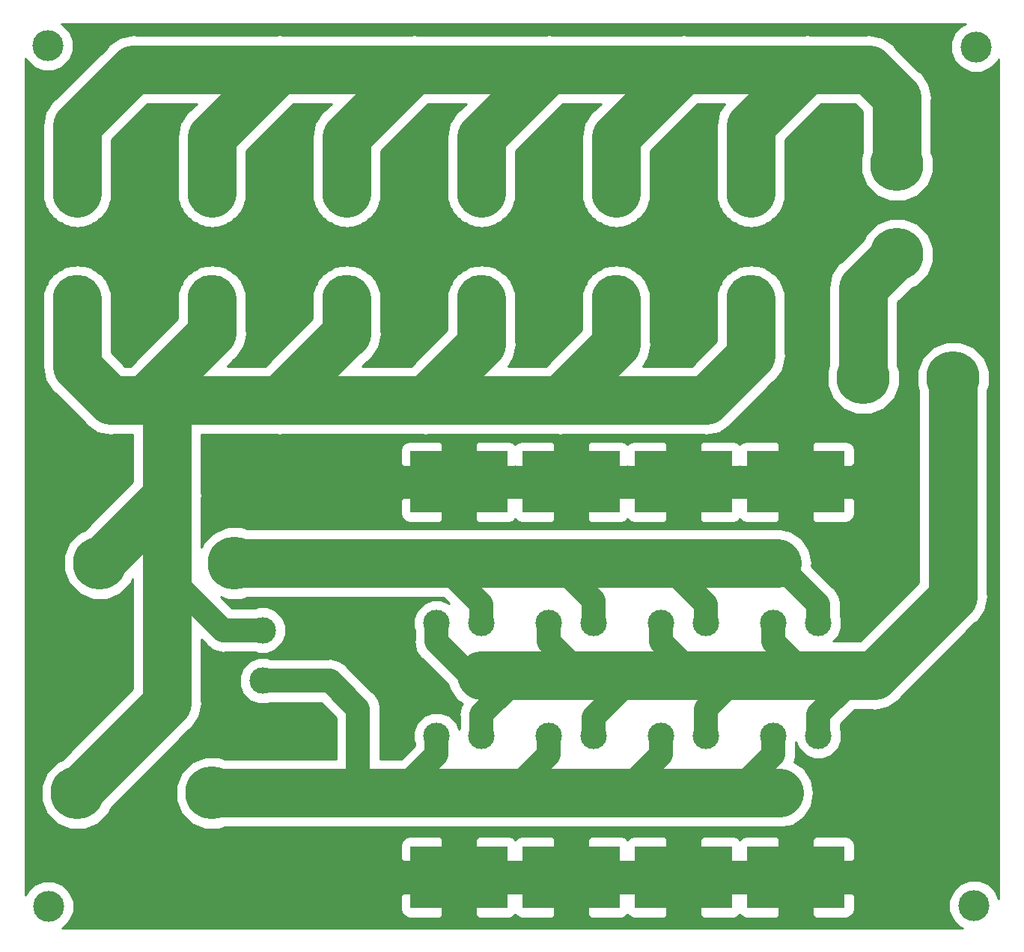
<source format=gtl>
G04 #@! TF.GenerationSoftware,KiCad,Pcbnew,(5.0.2)-1*
G04 #@! TF.CreationDate,2019-05-07T10:13:45+12:00*
G04 #@! TF.ProjectId,power selector,706f7765-7220-4736-956c-6563746f722e,rev?*
G04 #@! TF.SameCoordinates,Original*
G04 #@! TF.FileFunction,Copper,L1,Top*
G04 #@! TF.FilePolarity,Positive*
%FSLAX46Y46*%
G04 Gerber Fmt 4.6, Leading zero omitted, Abs format (unit mm)*
G04 Created by KiCad (PCBNEW (5.0.2)-1) date 7/05/2019 10:13:45 AM*
%MOMM*%
%LPD*%
G01*
G04 APERTURE LIST*
G04 #@! TA.AperFunction,ComponentPad*
%ADD10C,3.500000*%
G04 #@! TD*
G04 #@! TA.AperFunction,ComponentPad*
%ADD11C,3.000000*%
G04 #@! TD*
G04 #@! TA.AperFunction,ComponentPad*
%ADD12C,6.000000*%
G04 #@! TD*
G04 #@! TA.AperFunction,ComponentPad*
%ADD13R,11.000000X7.000000*%
G04 #@! TD*
G04 #@! TA.AperFunction,ComponentPad*
%ADD14C,5.500000*%
G04 #@! TD*
G04 #@! TA.AperFunction,Conductor*
%ADD15C,5.500000*%
G04 #@! TD*
G04 #@! TA.AperFunction,Conductor*
%ADD16C,2.750000*%
G04 #@! TD*
G04 #@! TA.AperFunction,Conductor*
%ADD17C,0.254000*%
G04 #@! TD*
G04 APERTURE END LIST*
D10*
G04 #@! TO.P,,*
G04 #@! TO.N,*
X75460000Y-127150000D03*
G04 #@! TD*
G04 #@! TO.P,,*
G04 #@! TO.N,*
X180180000Y-127040000D03*
G04 #@! TD*
G04 #@! TO.P,,*
G04 #@! TO.N,*
X180420000Y-29820000D03*
G04 #@! TD*
G04 #@! TO.P,,*
G04 #@! TO.N,*
X75410000Y-29670000D03*
G04 #@! TD*
D11*
G04 #@! TO.P,,1*
G04 #@! TO.N,Net-(H1-Pad1)*
X99695000Y-101600000D03*
G04 #@! TD*
G04 #@! TO.P,,1*
G04 #@! TO.N,Net-(H1-Pad1)*
X99705000Y-95855000D03*
G04 #@! TD*
D12*
G04 #@! TO.P,BT1,-*
G04 #@! TO.N,Net-(H1-Pad1)*
X78740000Y-114300000D03*
G04 #@! TO.P,BT1,+*
X93980000Y-114300000D03*
G04 #@! TD*
D13*
G04 #@! TO.P,D1,4*
G04 #@! TO.N,Net-(D5-Pad2)*
X121920000Y-79065000D03*
D11*
G04 #@! TO.P,D1,3*
G04 #@! TO.N,Net-(H1-Pad1)*
X124460000Y-95075000D03*
G04 #@! TO.P,D1,1*
X119380000Y-95075000D03*
G04 #@! TD*
G04 #@! TO.P,D2,1*
G04 #@! TO.N,Net-(H1-Pad1)*
X162560000Y-107815000D03*
G04 #@! TO.P,D2,3*
X157480000Y-107815000D03*
D13*
G04 #@! TO.P,D2,4*
G04 #@! TO.N,Net-(D5-Pad2)*
X160020000Y-123825000D03*
G04 #@! TD*
G04 #@! TO.P,D3,4*
G04 #@! TO.N,Net-(D5-Pad2)*
X147320000Y-123825000D03*
D11*
G04 #@! TO.P,D3,3*
G04 #@! TO.N,Net-(H1-Pad1)*
X144780000Y-107815000D03*
G04 #@! TO.P,D3,1*
X149860000Y-107815000D03*
G04 #@! TD*
G04 #@! TO.P,D4,1*
G04 #@! TO.N,Net-(H1-Pad1)*
X132080000Y-95075000D03*
G04 #@! TO.P,D4,3*
X137160000Y-95075000D03*
D13*
G04 #@! TO.P,D4,4*
G04 #@! TO.N,Net-(D5-Pad2)*
X134620000Y-79065000D03*
G04 #@! TD*
G04 #@! TO.P,D5,4*
G04 #@! TO.N,Net-(D5-Pad2)*
X147320000Y-79065000D03*
D11*
G04 #@! TO.P,D5,3*
G04 #@! TO.N,Net-(H1-Pad1)*
X149860000Y-95075000D03*
G04 #@! TO.P,D5,1*
X144780000Y-95075000D03*
G04 #@! TD*
G04 #@! TO.P,D6,1*
G04 #@! TO.N,Net-(H1-Pad1)*
X137160000Y-107815000D03*
G04 #@! TO.P,D6,3*
X132080000Y-107815000D03*
D13*
G04 #@! TO.P,D6,4*
G04 #@! TO.N,Net-(D5-Pad2)*
X134620000Y-123825000D03*
G04 #@! TD*
G04 #@! TO.P,D7,4*
G04 #@! TO.N,Net-(D5-Pad2)*
X121920000Y-123825000D03*
D11*
G04 #@! TO.P,D7,3*
G04 #@! TO.N,Net-(H1-Pad1)*
X119380000Y-107815000D03*
G04 #@! TO.P,D7,1*
X124460000Y-107815000D03*
G04 #@! TD*
G04 #@! TO.P,D8,1*
G04 #@! TO.N,Net-(H1-Pad1)*
X157480000Y-95075000D03*
G04 #@! TO.P,D8,3*
X162560000Y-95075000D03*
D13*
G04 #@! TO.P,D8,4*
G04 #@! TO.N,Net-(D5-Pad2)*
X160020000Y-79065000D03*
G04 #@! TD*
D12*
G04 #@! TO.P,F1,1*
G04 #@! TO.N,Net-(H1-Pad1)*
X177800000Y-67310000D03*
G04 #@! TO.P,F1,2*
X167640000Y-67310000D03*
G04 #@! TD*
D14*
G04 #@! TO.P,H1,1*
G04 #@! TO.N,Net-(H1-Pad1)*
X78740000Y-46355000D03*
G04 #@! TD*
G04 #@! TO.P,H2,1*
G04 #@! TO.N,Net-(H1-Pad1)*
X78740000Y-58420000D03*
G04 #@! TD*
G04 #@! TO.P,H3,1*
G04 #@! TO.N,Net-(H1-Pad1)*
X93980000Y-46355000D03*
G04 #@! TD*
G04 #@! TO.P,H4,1*
G04 #@! TO.N,Net-(H1-Pad1)*
X93980000Y-58420000D03*
G04 #@! TD*
G04 #@! TO.P,H5,1*
G04 #@! TO.N,Net-(H1-Pad1)*
X109220000Y-46355000D03*
G04 #@! TD*
G04 #@! TO.P,H6,1*
G04 #@! TO.N,Net-(H1-Pad1)*
X109220000Y-58420000D03*
G04 #@! TD*
G04 #@! TO.P,H7,1*
G04 #@! TO.N,Net-(H1-Pad1)*
X124460000Y-46355000D03*
G04 #@! TD*
G04 #@! TO.P,H8,1*
G04 #@! TO.N,Net-(H1-Pad1)*
X124460000Y-58420000D03*
G04 #@! TD*
G04 #@! TO.P,H9,1*
G04 #@! TO.N,Net-(H1-Pad1)*
X139700000Y-46355000D03*
G04 #@! TD*
G04 #@! TO.P,H10,1*
G04 #@! TO.N,Net-(H1-Pad1)*
X139700000Y-58420000D03*
G04 #@! TD*
G04 #@! TO.P,H11,1*
G04 #@! TO.N,Net-(H1-Pad1)*
X154940000Y-46355000D03*
G04 #@! TD*
G04 #@! TO.P,H12,1*
G04 #@! TO.N,Net-(H1-Pad1)*
X154940000Y-58420000D03*
G04 #@! TD*
D12*
G04 #@! TO.P,J1,1*
G04 #@! TO.N,Net-(H1-Pad1)*
X81280000Y-88265000D03*
G04 #@! TO.P,J1,2*
X96520000Y-88265000D03*
G04 #@! TD*
G04 #@! TO.P,SW1,1*
G04 #@! TO.N,Net-(H1-Pad1)*
X171450000Y-43180000D03*
G04 #@! TO.P,SW1,2*
X171450000Y-53340000D03*
G04 #@! TD*
D15*
G04 #@! TO.N,Net-(H1-Pad1)*
X78740000Y-46355000D02*
X78740000Y-38735000D01*
X78740000Y-38735000D02*
X85090000Y-32385000D01*
X93980000Y-46355000D02*
X93980000Y-40005000D01*
X85090000Y-32385000D02*
X101600000Y-32385000D01*
X93980000Y-40005000D02*
X101600000Y-32385000D01*
X101600000Y-32385000D02*
X115570000Y-32385000D01*
X115570000Y-32385000D02*
X118110000Y-32385000D01*
X109220000Y-46355000D02*
X109220000Y-40005000D01*
X116840000Y-32385000D02*
X118110000Y-32385000D01*
X109220000Y-40005000D02*
X116840000Y-32385000D01*
X124460000Y-46355000D02*
X124460000Y-40005000D01*
X124460000Y-40005000D02*
X132080000Y-32385000D01*
X118110000Y-32385000D02*
X132080000Y-32385000D01*
X139700000Y-40005000D02*
X147320000Y-32385000D01*
X139700000Y-46355000D02*
X139700000Y-40005000D01*
X132080000Y-32385000D02*
X147320000Y-32385000D01*
X154940000Y-46355000D02*
X154940000Y-38735000D01*
X154940000Y-38735000D02*
X161290000Y-32385000D01*
X147320000Y-32385000D02*
X161290000Y-32385000D01*
X78740000Y-66040000D02*
X78740000Y-58420000D01*
X82550000Y-69850000D02*
X78740000Y-66040000D01*
X154940000Y-58420000D02*
X154940000Y-64770000D01*
X154940000Y-64770000D02*
X149860000Y-69850000D01*
X124460000Y-63500000D02*
X118110000Y-69850000D01*
X124460000Y-58420000D02*
X124460000Y-63500000D01*
X118110000Y-69850000D02*
X104140000Y-69850000D01*
X139700000Y-58420000D02*
X139700000Y-63500000D01*
X139700000Y-63500000D02*
X133350000Y-69850000D01*
X149860000Y-69850000D02*
X133350000Y-69850000D01*
X133350000Y-69850000D02*
X118110000Y-69850000D01*
X109220000Y-58420000D02*
X109220000Y-62309087D01*
X109140913Y-62309087D02*
X101600000Y-69850000D01*
X109220000Y-62309087D02*
X109140913Y-62309087D01*
X104140000Y-69850000D02*
X101600000Y-69850000D01*
X93980000Y-58420000D02*
X93980000Y-62230000D01*
X93980000Y-62230000D02*
X86360000Y-69850000D01*
X88900000Y-69850000D02*
X86360000Y-69850000D01*
X86360000Y-69850000D02*
X82550000Y-69850000D01*
X101600000Y-69850000D02*
X93980000Y-69850000D01*
X93980000Y-69850000D02*
X88900000Y-69850000D01*
X177800000Y-92075000D02*
X168910000Y-100965000D01*
X168910000Y-100965000D02*
X167005000Y-100965000D01*
D16*
X153670000Y-100299213D02*
X153670000Y-100965000D01*
X141605000Y-100934213D02*
X141605000Y-100965000D01*
D15*
X128905000Y-100965000D02*
X124460000Y-100965000D01*
X141605000Y-100965000D02*
X137160000Y-100965000D01*
X137160000Y-100965000D02*
X128905000Y-100965000D01*
X153670000Y-100965000D02*
X149860000Y-100965000D01*
X149860000Y-100965000D02*
X141605000Y-100965000D01*
X167005000Y-100965000D02*
X161925000Y-100965000D01*
X161925000Y-100965000D02*
X153670000Y-100965000D01*
X107315000Y-114300000D02*
X93980000Y-114300000D01*
X108585000Y-88265000D02*
X96520000Y-88265000D01*
X88900000Y-104140000D02*
X88900000Y-102235000D01*
X78740000Y-114300000D02*
X88900000Y-104140000D01*
D16*
X114935000Y-89215787D02*
X114935000Y-88265000D01*
D15*
X114935000Y-88265000D02*
X108585000Y-88265000D01*
D16*
X127635000Y-89215787D02*
X127635000Y-88265000D01*
X110490000Y-114300000D02*
X110490000Y-104775000D01*
D15*
X110490000Y-114300000D02*
X107315000Y-114300000D01*
D16*
X110490000Y-104775000D02*
X107315000Y-101600000D01*
X107315000Y-101600000D02*
X99695000Y-101600000D01*
X99705000Y-95855000D02*
X95220000Y-95855000D01*
X95220000Y-95855000D02*
X88900000Y-89535000D01*
D15*
X88900000Y-89535000D02*
X88900000Y-102235000D01*
X171450000Y-53340000D02*
X167640000Y-57150000D01*
X167640000Y-57150000D02*
X167640000Y-67310000D01*
X161290000Y-32385000D02*
X168275000Y-32385000D01*
X168275000Y-32385000D02*
X171450000Y-35560000D01*
X171450000Y-35560000D02*
X171450000Y-43180000D01*
X177800000Y-67310000D02*
X177800000Y-92075000D01*
X81280000Y-88265000D02*
X88900000Y-80645000D01*
X88900000Y-80645000D02*
X88900000Y-77470000D01*
X88900000Y-89535000D02*
X88900000Y-77470000D01*
X88900000Y-77470000D02*
X88900000Y-69850000D01*
D16*
X124460000Y-92953680D02*
X119990000Y-88483680D01*
X124460000Y-95075000D02*
X124460000Y-92953680D01*
X119990000Y-88483680D02*
X119990000Y-88265000D01*
D15*
X127635000Y-88265000D02*
X119990000Y-88265000D01*
X119990000Y-88265000D02*
X114935000Y-88265000D01*
D16*
X115016320Y-114300000D02*
X114160000Y-114300000D01*
X119380000Y-109936320D02*
X115016320Y-114300000D01*
X119380000Y-107815000D02*
X119380000Y-109936320D01*
D15*
X120015000Y-114300000D02*
X114160000Y-114300000D01*
X114160000Y-114300000D02*
X110490000Y-114300000D01*
D16*
X124460000Y-105410000D02*
X128905000Y-100965000D01*
X124460000Y-107815000D02*
X124460000Y-105410000D01*
X135848680Y-100965000D02*
X137160000Y-100965000D01*
X132080000Y-97196320D02*
X135848680Y-100965000D01*
X132080000Y-95075000D02*
X132080000Y-97196320D01*
X137160000Y-92505000D02*
X132920000Y-88265000D01*
X137160000Y-95075000D02*
X137160000Y-92505000D01*
D15*
X139700000Y-88265000D02*
X132920000Y-88265000D01*
X132920000Y-88265000D02*
X127635000Y-88265000D01*
D16*
X127716320Y-114300000D02*
X126870000Y-114300000D01*
D15*
X132715000Y-114300000D02*
X126870000Y-114300000D01*
D16*
X132080000Y-109936320D02*
X127716320Y-114300000D01*
X132080000Y-107815000D02*
X132080000Y-109936320D01*
D15*
X126870000Y-114300000D02*
X120015000Y-114300000D01*
D16*
X141605000Y-101248680D02*
X141605000Y-100965000D01*
X137160000Y-105693680D02*
X141605000Y-101248680D01*
X137160000Y-107815000D02*
X137160000Y-105693680D01*
X140416320Y-114300000D02*
X139950000Y-114300000D01*
X144780000Y-107815000D02*
X144780000Y-109936320D01*
X144780000Y-109936320D02*
X140416320Y-114300000D01*
D15*
X145415000Y-114300000D02*
X139950000Y-114300000D01*
X139950000Y-114300000D02*
X132715000Y-114300000D01*
D16*
X148548680Y-100965000D02*
X149860000Y-100965000D01*
X144780000Y-97196320D02*
X148548680Y-100965000D01*
X144780000Y-95075000D02*
X144780000Y-97196320D01*
X145250000Y-88343680D02*
X145250000Y-88265000D01*
X149860000Y-92953680D02*
X145250000Y-88343680D01*
X149860000Y-95075000D02*
X149860000Y-92953680D01*
D15*
X152400000Y-88265000D02*
X145250000Y-88265000D01*
X145250000Y-88265000D02*
X139700000Y-88265000D01*
D16*
X149860000Y-104775000D02*
X153670000Y-100965000D01*
X149860000Y-107815000D02*
X149860000Y-104775000D01*
X161248680Y-100965000D02*
X161925000Y-100965000D01*
X157480000Y-97196320D02*
X161248680Y-100965000D01*
X157480000Y-95075000D02*
X157480000Y-97196320D01*
D15*
X157871320Y-88265000D02*
X152400000Y-88265000D01*
D16*
X162560000Y-92953680D02*
X157871320Y-88265000D01*
X162560000Y-95075000D02*
X162560000Y-92953680D01*
X153116320Y-114300000D02*
X150160000Y-114300000D01*
X157480000Y-107815000D02*
X157480000Y-109936320D01*
D15*
X158115000Y-114300000D02*
X150160000Y-114300000D01*
D16*
X157480000Y-109936320D02*
X153116320Y-114300000D01*
D15*
X150160000Y-114300000D02*
X145415000Y-114300000D01*
D16*
X162560000Y-105410000D02*
X167005000Y-100965000D01*
X162560000Y-107815000D02*
X162560000Y-105410000D01*
X123148680Y-100965000D02*
X124460000Y-100965000D01*
X119380000Y-97196320D02*
X123148680Y-100965000D01*
X119380000Y-95075000D02*
X119380000Y-97196320D01*
G04 #@! TD*
D17*
G04 #@! TO.N,Net-(D5-Pad2)*
G36*
X178790310Y-27380997D02*
X177980997Y-28190310D01*
X177543000Y-29247729D01*
X177543000Y-30392271D01*
X177980997Y-31449690D01*
X178790310Y-32259003D01*
X179847729Y-32697000D01*
X180992271Y-32697000D01*
X182049690Y-32259003D01*
X182859003Y-31449690D01*
X182968000Y-31186548D01*
X182968001Y-126252866D01*
X182619003Y-125410310D01*
X181809690Y-124600997D01*
X180752271Y-124163000D01*
X179607729Y-124163000D01*
X178550310Y-124600997D01*
X177740997Y-125410310D01*
X177303000Y-126467729D01*
X177303000Y-127612271D01*
X177740997Y-128669690D01*
X178550310Y-129479003D01*
X178861737Y-129608000D01*
X77043827Y-129608000D01*
X77089690Y-129589003D01*
X77899003Y-128779690D01*
X78337000Y-127722271D01*
X78337000Y-126577729D01*
X78038361Y-125856750D01*
X115293000Y-125856750D01*
X115293000Y-127549174D01*
X115464576Y-127963394D01*
X115781606Y-128280425D01*
X116195826Y-128452000D01*
X119765250Y-128452000D01*
X120047000Y-128170250D01*
X120047000Y-125575000D01*
X123793000Y-125575000D01*
X123793000Y-128170250D01*
X124074750Y-128452000D01*
X127644174Y-128452000D01*
X128058394Y-128280425D01*
X128270000Y-128068818D01*
X128481606Y-128280425D01*
X128895826Y-128452000D01*
X132465250Y-128452000D01*
X132747000Y-128170250D01*
X132747000Y-125575000D01*
X136493000Y-125575000D01*
X136493000Y-128170250D01*
X136774750Y-128452000D01*
X140344174Y-128452000D01*
X140758394Y-128280425D01*
X140970000Y-128068818D01*
X141181606Y-128280425D01*
X141595826Y-128452000D01*
X145165250Y-128452000D01*
X145447000Y-128170250D01*
X145447000Y-125575000D01*
X149193000Y-125575000D01*
X149193000Y-128170250D01*
X149474750Y-128452000D01*
X153044174Y-128452000D01*
X153458394Y-128280425D01*
X153670000Y-128068818D01*
X153881606Y-128280425D01*
X154295826Y-128452000D01*
X157865250Y-128452000D01*
X158147000Y-128170250D01*
X158147000Y-125575000D01*
X161893000Y-125575000D01*
X161893000Y-128170250D01*
X162174750Y-128452000D01*
X165744174Y-128452000D01*
X166158394Y-128280425D01*
X166475424Y-127963394D01*
X166647000Y-127549174D01*
X166647000Y-125856750D01*
X166365250Y-125575000D01*
X161893000Y-125575000D01*
X158147000Y-125575000D01*
X153674750Y-125575000D01*
X153670000Y-125579750D01*
X153665250Y-125575000D01*
X149193000Y-125575000D01*
X145447000Y-125575000D01*
X140974750Y-125575000D01*
X140970000Y-125579750D01*
X140965250Y-125575000D01*
X136493000Y-125575000D01*
X132747000Y-125575000D01*
X128274750Y-125575000D01*
X128270000Y-125579750D01*
X128265250Y-125575000D01*
X123793000Y-125575000D01*
X120047000Y-125575000D01*
X115574750Y-125575000D01*
X115293000Y-125856750D01*
X78038361Y-125856750D01*
X77899003Y-125520310D01*
X77089690Y-124710997D01*
X76032271Y-124273000D01*
X74887729Y-124273000D01*
X73830310Y-124710997D01*
X73020997Y-125520310D01*
X72882000Y-125855879D01*
X72882000Y-120100826D01*
X115293000Y-120100826D01*
X115293000Y-121793250D01*
X115574750Y-122075000D01*
X120047000Y-122075000D01*
X120047000Y-119479750D01*
X123793000Y-119479750D01*
X123793000Y-122075000D01*
X128265250Y-122075000D01*
X128270000Y-122070250D01*
X128274750Y-122075000D01*
X132747000Y-122075000D01*
X132747000Y-119479750D01*
X136493000Y-119479750D01*
X136493000Y-122075000D01*
X140965250Y-122075000D01*
X140970000Y-122070250D01*
X140974750Y-122075000D01*
X145447000Y-122075000D01*
X145447000Y-119479750D01*
X149193000Y-119479750D01*
X149193000Y-122075000D01*
X153665250Y-122075000D01*
X153670000Y-122070250D01*
X153674750Y-122075000D01*
X158147000Y-122075000D01*
X158147000Y-119479750D01*
X161893000Y-119479750D01*
X161893000Y-122075000D01*
X166365250Y-122075000D01*
X166647000Y-121793250D01*
X166647000Y-120100826D01*
X166475424Y-119686606D01*
X166158394Y-119369575D01*
X165744174Y-119198000D01*
X162174750Y-119198000D01*
X161893000Y-119479750D01*
X158147000Y-119479750D01*
X157865250Y-119198000D01*
X154295826Y-119198000D01*
X153881606Y-119369575D01*
X153670000Y-119581182D01*
X153458394Y-119369575D01*
X153044174Y-119198000D01*
X149474750Y-119198000D01*
X149193000Y-119479750D01*
X145447000Y-119479750D01*
X145165250Y-119198000D01*
X141595826Y-119198000D01*
X141181606Y-119369575D01*
X140970000Y-119581182D01*
X140758394Y-119369575D01*
X140344174Y-119198000D01*
X136774750Y-119198000D01*
X136493000Y-119479750D01*
X132747000Y-119479750D01*
X132465250Y-119198000D01*
X128895826Y-119198000D01*
X128481606Y-119369575D01*
X128270000Y-119581182D01*
X128058394Y-119369575D01*
X127644174Y-119198000D01*
X124074750Y-119198000D01*
X123793000Y-119479750D01*
X120047000Y-119479750D01*
X119765250Y-119198000D01*
X116195826Y-119198000D01*
X115781606Y-119369575D01*
X115464576Y-119686606D01*
X115293000Y-120100826D01*
X72882000Y-120100826D01*
X72882000Y-113479089D01*
X74613000Y-113479089D01*
X74613000Y-115120911D01*
X75241298Y-116637758D01*
X76402242Y-117798702D01*
X77919089Y-118427000D01*
X79560911Y-118427000D01*
X81077758Y-117798702D01*
X82238702Y-116637758D01*
X82488703Y-116034202D01*
X91371446Y-107151460D01*
X91695161Y-106935161D01*
X92552053Y-105652730D01*
X92713317Y-104842000D01*
X92852954Y-104140000D01*
X92777000Y-103758154D01*
X92777000Y-96950363D01*
X93276573Y-97449936D01*
X93416159Y-97658841D01*
X93625064Y-97798427D01*
X93625067Y-97798430D01*
X94049555Y-98082063D01*
X94243768Y-98211832D01*
X94973575Y-98357000D01*
X94973579Y-98357000D01*
X95220000Y-98406016D01*
X95466421Y-98357000D01*
X98880680Y-98357000D01*
X99182457Y-98482000D01*
X100227543Y-98482000D01*
X101193076Y-98082063D01*
X101932063Y-97343076D01*
X102332000Y-96377543D01*
X102332000Y-95332457D01*
X101932063Y-94366924D01*
X101193076Y-93627937D01*
X100227543Y-93228000D01*
X99182457Y-93228000D01*
X98880680Y-93353000D01*
X96256363Y-93353000D01*
X95009885Y-92106523D01*
X95699089Y-92392000D01*
X97340911Y-92392000D01*
X97944465Y-92142000D01*
X120109958Y-92142000D01*
X120778997Y-92811039D01*
X119902543Y-92448000D01*
X118857457Y-92448000D01*
X117891924Y-92847937D01*
X117152937Y-93586924D01*
X116753000Y-94552457D01*
X116753000Y-95597543D01*
X116878000Y-95899320D01*
X116878000Y-96949899D01*
X116828984Y-97196320D01*
X116878000Y-97442741D01*
X116878000Y-97442745D01*
X117023168Y-98172552D01*
X117576160Y-99000161D01*
X117785068Y-99139749D01*
X120729706Y-102084388D01*
X120807947Y-102477730D01*
X121664839Y-103760161D01*
X122279041Y-104170557D01*
X122103168Y-104433768D01*
X121958000Y-105163575D01*
X121958000Y-105163579D01*
X121908984Y-105410000D01*
X121958000Y-105656421D01*
X121958000Y-106990680D01*
X121920000Y-107082420D01*
X121607063Y-106326924D01*
X120868076Y-105587937D01*
X119902543Y-105188000D01*
X118857457Y-105188000D01*
X117891924Y-105587937D01*
X117152937Y-106326924D01*
X116753000Y-107292457D01*
X116753000Y-108337543D01*
X116878000Y-108639320D01*
X116878000Y-108899958D01*
X115354959Y-110423000D01*
X112992000Y-110423000D01*
X112992000Y-105021420D01*
X113041016Y-104774999D01*
X112992000Y-104528578D01*
X112992000Y-104528575D01*
X112846832Y-103798768D01*
X112293841Y-102971159D01*
X112084933Y-102831571D01*
X109258431Y-100005070D01*
X109118841Y-99796159D01*
X108291232Y-99243168D01*
X107561425Y-99098000D01*
X107561421Y-99098000D01*
X107315000Y-99048984D01*
X107068579Y-99098000D01*
X100519320Y-99098000D01*
X100217543Y-98973000D01*
X99172457Y-98973000D01*
X98206924Y-99372937D01*
X97467937Y-100111924D01*
X97068000Y-101077457D01*
X97068000Y-102122543D01*
X97467937Y-103088076D01*
X98206924Y-103827063D01*
X99172457Y-104227000D01*
X100217543Y-104227000D01*
X100519320Y-104102000D01*
X106278639Y-104102000D01*
X107988001Y-105811363D01*
X107988000Y-110423000D01*
X95404465Y-110423000D01*
X94800911Y-110173000D01*
X93159089Y-110173000D01*
X91642242Y-110801298D01*
X90481298Y-111962242D01*
X89853000Y-113479089D01*
X89853000Y-115120911D01*
X90481298Y-116637758D01*
X91642242Y-117798702D01*
X93159089Y-118427000D01*
X94800911Y-118427000D01*
X95404465Y-118177000D01*
X158496846Y-118177000D01*
X159627730Y-117952053D01*
X160910161Y-117095161D01*
X161767053Y-115812730D01*
X162067954Y-114300000D01*
X161767053Y-112787270D01*
X160910161Y-111504839D01*
X159858759Y-110802316D01*
X159982000Y-110182745D01*
X159982000Y-110182740D01*
X160031016Y-109936321D01*
X159982000Y-109689901D01*
X159982000Y-108639320D01*
X160020000Y-108547580D01*
X160332937Y-109303076D01*
X161071924Y-110042063D01*
X162037457Y-110442000D01*
X163082543Y-110442000D01*
X164048076Y-110042063D01*
X164787063Y-109303076D01*
X165187000Y-108337543D01*
X165187000Y-107292457D01*
X165062000Y-106990680D01*
X165062000Y-106446361D01*
X166666362Y-104842000D01*
X168528154Y-104842000D01*
X168910000Y-104917954D01*
X169291846Y-104842000D01*
X170422730Y-104617053D01*
X171705161Y-103760161D01*
X171921462Y-103436443D01*
X180271445Y-95086461D01*
X180595161Y-94870161D01*
X181452053Y-93587730D01*
X181531753Y-93187053D01*
X181752954Y-92075000D01*
X181677000Y-91693154D01*
X181677000Y-68734465D01*
X181927000Y-68130911D01*
X181927000Y-66489089D01*
X181298702Y-64972242D01*
X180137758Y-63811298D01*
X178620911Y-63183000D01*
X176979089Y-63183000D01*
X175462242Y-63811298D01*
X174301298Y-64972242D01*
X173673000Y-66489089D01*
X173673000Y-68130911D01*
X173923000Y-68734465D01*
X173923001Y-90469093D01*
X167304095Y-97088000D01*
X164262139Y-97088000D01*
X164787063Y-96563076D01*
X165187000Y-95597543D01*
X165187000Y-94552457D01*
X165062000Y-94250680D01*
X165062000Y-93200101D01*
X165111016Y-92953680D01*
X165062000Y-92707259D01*
X165062000Y-92707255D01*
X164916832Y-91977448D01*
X164776084Y-91766804D01*
X164503430Y-91358747D01*
X164503427Y-91358744D01*
X164363841Y-91149839D01*
X164154936Y-91010253D01*
X161755489Y-88610807D01*
X161824274Y-88265000D01*
X161523373Y-86752270D01*
X160666481Y-85469839D01*
X159384050Y-84612947D01*
X158253166Y-84388000D01*
X97944465Y-84388000D01*
X97340911Y-84138000D01*
X95699089Y-84138000D01*
X94182242Y-84766298D01*
X93021298Y-85927242D01*
X92777000Y-86517030D01*
X92777000Y-81096750D01*
X115293000Y-81096750D01*
X115293000Y-82789174D01*
X115464576Y-83203394D01*
X115781606Y-83520425D01*
X116195826Y-83692000D01*
X119765250Y-83692000D01*
X120047000Y-83410250D01*
X120047000Y-80815000D01*
X123793000Y-80815000D01*
X123793000Y-83410250D01*
X124074750Y-83692000D01*
X127644174Y-83692000D01*
X128058394Y-83520425D01*
X128270000Y-83308818D01*
X128481606Y-83520425D01*
X128895826Y-83692000D01*
X132465250Y-83692000D01*
X132747000Y-83410250D01*
X132747000Y-80815000D01*
X136493000Y-80815000D01*
X136493000Y-83410250D01*
X136774750Y-83692000D01*
X140344174Y-83692000D01*
X140758394Y-83520425D01*
X140970000Y-83308818D01*
X141181606Y-83520425D01*
X141595826Y-83692000D01*
X145165250Y-83692000D01*
X145447000Y-83410250D01*
X145447000Y-80815000D01*
X149193000Y-80815000D01*
X149193000Y-83410250D01*
X149474750Y-83692000D01*
X153044174Y-83692000D01*
X153458394Y-83520425D01*
X153670000Y-83308818D01*
X153881606Y-83520425D01*
X154295826Y-83692000D01*
X157865250Y-83692000D01*
X158147000Y-83410250D01*
X158147000Y-80815000D01*
X161893000Y-80815000D01*
X161893000Y-83410250D01*
X162174750Y-83692000D01*
X165744174Y-83692000D01*
X166158394Y-83520425D01*
X166475424Y-83203394D01*
X166647000Y-82789174D01*
X166647000Y-81096750D01*
X166365250Y-80815000D01*
X161893000Y-80815000D01*
X158147000Y-80815000D01*
X153674750Y-80815000D01*
X153670000Y-80819750D01*
X153665250Y-80815000D01*
X149193000Y-80815000D01*
X145447000Y-80815000D01*
X140974750Y-80815000D01*
X140970000Y-80819750D01*
X140965250Y-80815000D01*
X136493000Y-80815000D01*
X132747000Y-80815000D01*
X128274750Y-80815000D01*
X128270000Y-80819750D01*
X128265250Y-80815000D01*
X123793000Y-80815000D01*
X120047000Y-80815000D01*
X115574750Y-80815000D01*
X115293000Y-81096750D01*
X92777000Y-81096750D01*
X92777000Y-81026845D01*
X92852954Y-80645001D01*
X92777000Y-80263156D01*
X92777000Y-75340826D01*
X115293000Y-75340826D01*
X115293000Y-77033250D01*
X115574750Y-77315000D01*
X120047000Y-77315000D01*
X120047000Y-74719750D01*
X123793000Y-74719750D01*
X123793000Y-77315000D01*
X128265250Y-77315000D01*
X128270000Y-77310250D01*
X128274750Y-77315000D01*
X132747000Y-77315000D01*
X132747000Y-74719750D01*
X136493000Y-74719750D01*
X136493000Y-77315000D01*
X140965250Y-77315000D01*
X140970000Y-77310250D01*
X140974750Y-77315000D01*
X145447000Y-77315000D01*
X145447000Y-74719750D01*
X149193000Y-74719750D01*
X149193000Y-77315000D01*
X153665250Y-77315000D01*
X153670000Y-77310250D01*
X153674750Y-77315000D01*
X158147000Y-77315000D01*
X158147000Y-74719750D01*
X161893000Y-74719750D01*
X161893000Y-77315000D01*
X166365250Y-77315000D01*
X166647000Y-77033250D01*
X166647000Y-75340826D01*
X166475424Y-74926606D01*
X166158394Y-74609575D01*
X165744174Y-74438000D01*
X162174750Y-74438000D01*
X161893000Y-74719750D01*
X158147000Y-74719750D01*
X157865250Y-74438000D01*
X154295826Y-74438000D01*
X153881606Y-74609575D01*
X153670000Y-74821182D01*
X153458394Y-74609575D01*
X153044174Y-74438000D01*
X149474750Y-74438000D01*
X149193000Y-74719750D01*
X145447000Y-74719750D01*
X145165250Y-74438000D01*
X141595826Y-74438000D01*
X141181606Y-74609575D01*
X140970000Y-74821182D01*
X140758394Y-74609575D01*
X140344174Y-74438000D01*
X136774750Y-74438000D01*
X136493000Y-74719750D01*
X132747000Y-74719750D01*
X132465250Y-74438000D01*
X128895826Y-74438000D01*
X128481606Y-74609575D01*
X128270000Y-74821182D01*
X128058394Y-74609575D01*
X127644174Y-74438000D01*
X124074750Y-74438000D01*
X123793000Y-74719750D01*
X120047000Y-74719750D01*
X119765250Y-74438000D01*
X116195826Y-74438000D01*
X115781606Y-74609575D01*
X115464576Y-74926606D01*
X115293000Y-75340826D01*
X92777000Y-75340826D01*
X92777000Y-73727000D01*
X101218154Y-73727000D01*
X101600000Y-73802954D01*
X101981846Y-73727000D01*
X117728154Y-73727000D01*
X118110000Y-73802954D01*
X118491846Y-73727000D01*
X132968154Y-73727000D01*
X133350000Y-73802954D01*
X133731846Y-73727000D01*
X149478154Y-73727000D01*
X149860000Y-73802954D01*
X150241846Y-73727000D01*
X151372730Y-73502053D01*
X152655161Y-72645161D01*
X152871462Y-72321443D01*
X157411445Y-67781461D01*
X157735161Y-67565161D01*
X158454168Y-66489089D01*
X163513000Y-66489089D01*
X163513000Y-68130911D01*
X164141298Y-69647758D01*
X165302242Y-70808702D01*
X166819089Y-71437000D01*
X168460911Y-71437000D01*
X169977758Y-70808702D01*
X171138702Y-69647758D01*
X171767000Y-68130911D01*
X171767000Y-66489089D01*
X171517000Y-65885535D01*
X171517000Y-58755905D01*
X173184203Y-57088702D01*
X173787758Y-56838702D01*
X174948702Y-55677758D01*
X175577000Y-54160911D01*
X175577000Y-52519089D01*
X174948702Y-51002242D01*
X173787758Y-49841298D01*
X172270911Y-49213000D01*
X170629089Y-49213000D01*
X169112242Y-49841298D01*
X167951298Y-51002242D01*
X167701298Y-51605797D01*
X165168557Y-54138538D01*
X164844839Y-54354839D01*
X163996254Y-55624839D01*
X163987947Y-55637271D01*
X163687046Y-57150000D01*
X163763000Y-57531846D01*
X163763001Y-65885533D01*
X163513000Y-66489089D01*
X158454168Y-66489089D01*
X158592053Y-66282730D01*
X158817000Y-65151846D01*
X158892954Y-64770000D01*
X158817000Y-64388154D01*
X158817000Y-57648817D01*
X158668007Y-57289116D01*
X158592053Y-56907270D01*
X158375755Y-56583556D01*
X158226762Y-56223856D01*
X157951461Y-55948555D01*
X157735161Y-55624839D01*
X157411446Y-55408540D01*
X157136144Y-55133238D01*
X156776442Y-54984244D01*
X156452729Y-54767947D01*
X156070885Y-54691993D01*
X155711183Y-54543000D01*
X155321846Y-54543000D01*
X154940000Y-54467046D01*
X154558154Y-54543000D01*
X154168817Y-54543000D01*
X153809116Y-54691993D01*
X153427270Y-54767947D01*
X153103556Y-54984245D01*
X152743856Y-55133238D01*
X152468555Y-55408539D01*
X152144839Y-55624839D01*
X151928540Y-55948554D01*
X151653238Y-56223856D01*
X151504244Y-56583558D01*
X151287947Y-56907271D01*
X151211993Y-57289115D01*
X151063000Y-57648817D01*
X151063000Y-58038155D01*
X151063001Y-63164094D01*
X148254095Y-65973000D01*
X142710422Y-65973000D01*
X143352053Y-65012730D01*
X143577000Y-63881846D01*
X143652954Y-63500001D01*
X143577000Y-63118156D01*
X143577000Y-57648817D01*
X143428007Y-57289116D01*
X143352053Y-56907270D01*
X143135755Y-56583556D01*
X142986762Y-56223856D01*
X142711461Y-55948555D01*
X142495161Y-55624839D01*
X142171446Y-55408540D01*
X141896144Y-55133238D01*
X141536442Y-54984244D01*
X141212729Y-54767947D01*
X140830885Y-54691993D01*
X140471183Y-54543000D01*
X140081846Y-54543000D01*
X139700000Y-54467046D01*
X139318154Y-54543000D01*
X138928817Y-54543000D01*
X138569116Y-54691993D01*
X138187270Y-54767947D01*
X137863556Y-54984245D01*
X137503856Y-55133238D01*
X137228555Y-55408539D01*
X136904839Y-55624839D01*
X136688540Y-55948554D01*
X136413238Y-56223856D01*
X136264244Y-56583558D01*
X136047947Y-56907271D01*
X135971993Y-57289115D01*
X135823000Y-57648817D01*
X135823000Y-58038155D01*
X135823001Y-61894094D01*
X131744095Y-65973000D01*
X127470422Y-65973000D01*
X128112053Y-65012730D01*
X128337000Y-63881846D01*
X128412954Y-63500001D01*
X128337000Y-63118156D01*
X128337000Y-57648817D01*
X128188007Y-57289116D01*
X128112053Y-56907270D01*
X127895755Y-56583556D01*
X127746762Y-56223856D01*
X127471461Y-55948555D01*
X127255161Y-55624839D01*
X126931446Y-55408540D01*
X126656144Y-55133238D01*
X126296442Y-54984244D01*
X125972729Y-54767947D01*
X125590885Y-54691993D01*
X125231183Y-54543000D01*
X124841846Y-54543000D01*
X124460000Y-54467046D01*
X124078154Y-54543000D01*
X123688817Y-54543000D01*
X123329116Y-54691993D01*
X122947270Y-54767947D01*
X122623556Y-54984245D01*
X122263856Y-55133238D01*
X121988555Y-55408539D01*
X121664839Y-55624839D01*
X121448540Y-55948554D01*
X121173238Y-56223856D01*
X121024244Y-56583558D01*
X120807947Y-56907271D01*
X120731993Y-57289115D01*
X120583000Y-57648817D01*
X120583000Y-58038155D01*
X120583001Y-61894094D01*
X116504095Y-65973000D01*
X110959906Y-65973000D01*
X111453104Y-65479802D01*
X112015161Y-65104248D01*
X112872053Y-63821817D01*
X113172954Y-62309087D01*
X113097000Y-61927241D01*
X113097000Y-57648817D01*
X112948007Y-57289116D01*
X112872053Y-56907270D01*
X112655755Y-56583556D01*
X112506762Y-56223856D01*
X112231461Y-55948555D01*
X112015161Y-55624839D01*
X111691446Y-55408540D01*
X111416144Y-55133238D01*
X111056442Y-54984244D01*
X110732729Y-54767947D01*
X110350885Y-54691993D01*
X109991183Y-54543000D01*
X109601846Y-54543000D01*
X109220000Y-54467046D01*
X108838154Y-54543000D01*
X108448817Y-54543000D01*
X108089116Y-54691993D01*
X107707270Y-54767947D01*
X107383556Y-54984245D01*
X107023856Y-55133238D01*
X106748555Y-55408539D01*
X106424839Y-55624839D01*
X106208540Y-55948554D01*
X105933238Y-56223856D01*
X105784244Y-56583558D01*
X105567947Y-56907271D01*
X105491993Y-57289115D01*
X105343000Y-57648817D01*
X105343000Y-58038155D01*
X105343001Y-60624094D01*
X99994095Y-65973000D01*
X95719906Y-65973000D01*
X96451445Y-65241461D01*
X96775161Y-65025161D01*
X97632053Y-63742730D01*
X97815873Y-62818607D01*
X97932954Y-62230001D01*
X97857000Y-61848156D01*
X97857000Y-57648817D01*
X97708007Y-57289116D01*
X97632053Y-56907270D01*
X97415755Y-56583556D01*
X97266762Y-56223856D01*
X96991461Y-55948555D01*
X96775161Y-55624839D01*
X96451446Y-55408540D01*
X96176144Y-55133238D01*
X95816442Y-54984244D01*
X95492729Y-54767947D01*
X95110885Y-54691993D01*
X94751183Y-54543000D01*
X94361846Y-54543000D01*
X93980000Y-54467046D01*
X93598154Y-54543000D01*
X93208817Y-54543000D01*
X92849116Y-54691993D01*
X92467270Y-54767947D01*
X92143556Y-54984245D01*
X91783856Y-55133238D01*
X91508555Y-55408539D01*
X91184839Y-55624839D01*
X90968540Y-55948554D01*
X90693238Y-56223856D01*
X90544244Y-56583558D01*
X90327947Y-56907271D01*
X90251993Y-57289115D01*
X90103000Y-57648817D01*
X90103000Y-58038155D01*
X90103001Y-60624094D01*
X84754095Y-65973000D01*
X84155906Y-65973000D01*
X82617000Y-64434095D01*
X82617000Y-57648817D01*
X82468007Y-57289116D01*
X82392053Y-56907270D01*
X82175755Y-56583556D01*
X82026762Y-56223856D01*
X81751461Y-55948555D01*
X81535161Y-55624839D01*
X81211445Y-55408539D01*
X80936144Y-55133238D01*
X80576444Y-54984245D01*
X80252730Y-54767947D01*
X79870884Y-54691993D01*
X79511183Y-54543000D01*
X79121846Y-54543000D01*
X78740000Y-54467046D01*
X78358154Y-54543000D01*
X77968817Y-54543000D01*
X77609115Y-54691993D01*
X77227271Y-54767947D01*
X76903559Y-54984244D01*
X76543856Y-55133238D01*
X76268553Y-55408541D01*
X75944840Y-55624839D01*
X75728542Y-55948552D01*
X75453238Y-56223856D01*
X75304244Y-56583560D01*
X75087948Y-56907270D01*
X75011995Y-57289111D01*
X74863000Y-57648817D01*
X74863000Y-59191183D01*
X74863001Y-59191185D01*
X74863000Y-65658154D01*
X74787046Y-66040000D01*
X75087947Y-67552729D01*
X75944839Y-68835161D01*
X76268557Y-69051462D01*
X79538539Y-72321445D01*
X79754839Y-72645161D01*
X81037270Y-73502053D01*
X82550000Y-73802954D01*
X82931846Y-73727000D01*
X85023000Y-73727000D01*
X85023000Y-79039094D01*
X79545797Y-84516297D01*
X78942242Y-84766298D01*
X77781298Y-85927242D01*
X77153000Y-87444089D01*
X77153000Y-89085911D01*
X77781298Y-90602758D01*
X78942242Y-91763702D01*
X80459089Y-92392000D01*
X82100911Y-92392000D01*
X83617758Y-91763702D01*
X84778702Y-90602758D01*
X85023000Y-90012970D01*
X85023001Y-101853149D01*
X85023000Y-101853154D01*
X85023000Y-102534094D01*
X77005798Y-110551297D01*
X76402242Y-110801298D01*
X75241298Y-111962242D01*
X74613000Y-113479089D01*
X72882000Y-113479089D01*
X72882000Y-38735000D01*
X74787046Y-38735000D01*
X74863001Y-39116850D01*
X74863000Y-45583817D01*
X74863000Y-47126183D01*
X75011993Y-47485885D01*
X75087947Y-47867729D01*
X75304244Y-48191442D01*
X75453238Y-48551144D01*
X75728540Y-48826446D01*
X75944839Y-49150161D01*
X76268555Y-49366461D01*
X76543856Y-49641762D01*
X76903556Y-49790755D01*
X77227270Y-50007053D01*
X77609116Y-50083007D01*
X77968817Y-50232000D01*
X78358154Y-50232000D01*
X78740000Y-50307954D01*
X79121846Y-50232000D01*
X79511183Y-50232000D01*
X79870885Y-50083007D01*
X80252729Y-50007053D01*
X80576442Y-49790756D01*
X80936144Y-49641762D01*
X81211446Y-49366460D01*
X81535161Y-49150161D01*
X81751461Y-48826445D01*
X82026762Y-48551144D01*
X82175755Y-48191444D01*
X82392053Y-47867730D01*
X82468007Y-47485884D01*
X82617000Y-47126183D01*
X82617000Y-40340905D01*
X86695906Y-36262000D01*
X92240095Y-36262000D01*
X91508555Y-36993540D01*
X91184840Y-37209839D01*
X90575316Y-38122057D01*
X90327947Y-38492271D01*
X90027046Y-40005000D01*
X90103001Y-40386850D01*
X90103000Y-45583817D01*
X90103000Y-47126183D01*
X90251993Y-47485885D01*
X90327947Y-47867729D01*
X90544244Y-48191442D01*
X90693238Y-48551144D01*
X90968540Y-48826446D01*
X91184839Y-49150161D01*
X91508555Y-49366461D01*
X91783856Y-49641762D01*
X92143556Y-49790755D01*
X92467270Y-50007053D01*
X92849116Y-50083007D01*
X93208817Y-50232000D01*
X93598154Y-50232000D01*
X93980000Y-50307954D01*
X94361846Y-50232000D01*
X94751183Y-50232000D01*
X95110885Y-50083007D01*
X95492729Y-50007053D01*
X95816442Y-49790756D01*
X96176144Y-49641762D01*
X96451446Y-49366460D01*
X96775161Y-49150161D01*
X96991461Y-48826445D01*
X97266762Y-48551144D01*
X97415755Y-48191444D01*
X97632053Y-47867730D01*
X97708007Y-47485884D01*
X97857000Y-47126183D01*
X97857000Y-41610905D01*
X103205906Y-36262000D01*
X107480095Y-36262000D01*
X106748555Y-36993540D01*
X106424840Y-37209839D01*
X105815316Y-38122057D01*
X105567947Y-38492271D01*
X105267046Y-40005000D01*
X105343001Y-40386850D01*
X105343000Y-45583817D01*
X105343000Y-47126183D01*
X105491993Y-47485885D01*
X105567947Y-47867729D01*
X105784244Y-48191442D01*
X105933238Y-48551144D01*
X106208540Y-48826446D01*
X106424839Y-49150161D01*
X106748555Y-49366461D01*
X107023856Y-49641762D01*
X107383556Y-49790755D01*
X107707270Y-50007053D01*
X108089116Y-50083007D01*
X108448817Y-50232000D01*
X108838154Y-50232000D01*
X109220000Y-50307954D01*
X109601846Y-50232000D01*
X109991183Y-50232000D01*
X110350885Y-50083007D01*
X110732729Y-50007053D01*
X111056442Y-49790756D01*
X111416144Y-49641762D01*
X111691446Y-49366460D01*
X112015161Y-49150161D01*
X112231461Y-48826445D01*
X112506762Y-48551144D01*
X112655755Y-48191444D01*
X112872053Y-47867730D01*
X112948007Y-47485884D01*
X113097000Y-47126183D01*
X113097000Y-41610905D01*
X118445906Y-36262000D01*
X122720095Y-36262000D01*
X121988555Y-36993540D01*
X121664840Y-37209839D01*
X121055316Y-38122057D01*
X120807947Y-38492271D01*
X120507046Y-40005000D01*
X120583001Y-40386850D01*
X120583000Y-45583817D01*
X120583000Y-47126183D01*
X120731993Y-47485885D01*
X120807947Y-47867729D01*
X121024244Y-48191442D01*
X121173238Y-48551144D01*
X121448540Y-48826446D01*
X121664839Y-49150161D01*
X121988555Y-49366461D01*
X122263856Y-49641762D01*
X122623556Y-49790755D01*
X122947270Y-50007053D01*
X123329116Y-50083007D01*
X123688817Y-50232000D01*
X124078154Y-50232000D01*
X124460000Y-50307954D01*
X124841846Y-50232000D01*
X125231183Y-50232000D01*
X125590885Y-50083007D01*
X125972729Y-50007053D01*
X126296442Y-49790756D01*
X126656144Y-49641762D01*
X126931446Y-49366460D01*
X127255161Y-49150161D01*
X127471461Y-48826445D01*
X127746762Y-48551144D01*
X127895755Y-48191444D01*
X128112053Y-47867730D01*
X128188007Y-47485884D01*
X128337000Y-47126183D01*
X128337000Y-41610905D01*
X133685906Y-36262000D01*
X137960095Y-36262000D01*
X137228555Y-36993540D01*
X136904840Y-37209839D01*
X136295316Y-38122057D01*
X136047947Y-38492271D01*
X135747046Y-40005000D01*
X135823001Y-40386850D01*
X135823000Y-45583817D01*
X135823000Y-47126183D01*
X135971993Y-47485885D01*
X136047947Y-47867729D01*
X136264244Y-48191442D01*
X136413238Y-48551144D01*
X136688540Y-48826446D01*
X136904839Y-49150161D01*
X137228555Y-49366461D01*
X137503856Y-49641762D01*
X137863556Y-49790755D01*
X138187270Y-50007053D01*
X138569116Y-50083007D01*
X138928817Y-50232000D01*
X139318154Y-50232000D01*
X139700000Y-50307954D01*
X140081846Y-50232000D01*
X140471183Y-50232000D01*
X140830885Y-50083007D01*
X141212729Y-50007053D01*
X141536442Y-49790756D01*
X141896144Y-49641762D01*
X142171446Y-49366460D01*
X142495161Y-49150161D01*
X142711461Y-48826445D01*
X142986762Y-48551144D01*
X143135755Y-48191444D01*
X143352053Y-47867730D01*
X143428007Y-47485884D01*
X143577000Y-47126183D01*
X143577000Y-41610905D01*
X148925906Y-36262000D01*
X151929579Y-36262000D01*
X151535316Y-36852057D01*
X151287947Y-37222271D01*
X150987046Y-38735000D01*
X151063001Y-39116850D01*
X151063000Y-45583817D01*
X151063000Y-47126183D01*
X151211993Y-47485885D01*
X151287947Y-47867729D01*
X151504244Y-48191442D01*
X151653238Y-48551144D01*
X151928540Y-48826446D01*
X152144839Y-49150161D01*
X152468555Y-49366461D01*
X152743856Y-49641762D01*
X153103556Y-49790755D01*
X153427270Y-50007053D01*
X153809116Y-50083007D01*
X154168817Y-50232000D01*
X154558154Y-50232000D01*
X154940000Y-50307954D01*
X155321846Y-50232000D01*
X155711183Y-50232000D01*
X156070885Y-50083007D01*
X156452729Y-50007053D01*
X156776442Y-49790756D01*
X157136144Y-49641762D01*
X157411446Y-49366460D01*
X157735161Y-49150161D01*
X157951461Y-48826445D01*
X158226762Y-48551144D01*
X158375755Y-48191444D01*
X158592053Y-47867730D01*
X158668007Y-47485884D01*
X158817000Y-47126183D01*
X158817000Y-40340905D01*
X162895906Y-36262000D01*
X166669095Y-36262000D01*
X167573000Y-37165906D01*
X167573001Y-41755533D01*
X167323000Y-42359089D01*
X167323000Y-44000911D01*
X167951298Y-45517758D01*
X169112242Y-46678702D01*
X170629089Y-47307000D01*
X172270911Y-47307000D01*
X173787758Y-46678702D01*
X174948702Y-45517758D01*
X175577000Y-44000911D01*
X175577000Y-42359089D01*
X175327000Y-41755535D01*
X175327000Y-35941845D01*
X175402954Y-35559999D01*
X175102053Y-34047270D01*
X175002133Y-33897729D01*
X174245161Y-32764839D01*
X173921445Y-32548540D01*
X171286462Y-29913557D01*
X171070161Y-29589839D01*
X169787730Y-28732947D01*
X168656846Y-28508000D01*
X168275000Y-28432046D01*
X167893154Y-28508000D01*
X161671844Y-28508000D01*
X161289999Y-28432046D01*
X160908154Y-28508000D01*
X147701844Y-28508000D01*
X147319999Y-28432046D01*
X146938154Y-28508000D01*
X132461844Y-28508000D01*
X132079999Y-28432046D01*
X131698154Y-28508000D01*
X117221844Y-28508000D01*
X116839999Y-28432046D01*
X116458154Y-28508000D01*
X101981844Y-28508000D01*
X101599999Y-28432046D01*
X101218154Y-28508000D01*
X85471844Y-28508000D01*
X85089999Y-28432046D01*
X84708154Y-28508000D01*
X83577270Y-28732947D01*
X82294839Y-29589839D01*
X82078539Y-29913555D01*
X76268555Y-35723540D01*
X75944840Y-35939839D01*
X75335316Y-36852057D01*
X75087947Y-37222271D01*
X74787046Y-38735000D01*
X72882000Y-38735000D01*
X72882000Y-31084832D01*
X72970997Y-31299690D01*
X73780310Y-32109003D01*
X74837729Y-32547000D01*
X75982271Y-32547000D01*
X77039690Y-32109003D01*
X77849003Y-31299690D01*
X78287000Y-30242271D01*
X78287000Y-29097729D01*
X77849003Y-28040310D01*
X77039690Y-27230997D01*
X76969685Y-27202000D01*
X179222447Y-27202000D01*
X178790310Y-27380997D01*
X178790310Y-27380997D01*
G37*
X178790310Y-27380997D02*
X177980997Y-28190310D01*
X177543000Y-29247729D01*
X177543000Y-30392271D01*
X177980997Y-31449690D01*
X178790310Y-32259003D01*
X179847729Y-32697000D01*
X180992271Y-32697000D01*
X182049690Y-32259003D01*
X182859003Y-31449690D01*
X182968000Y-31186548D01*
X182968001Y-126252866D01*
X182619003Y-125410310D01*
X181809690Y-124600997D01*
X180752271Y-124163000D01*
X179607729Y-124163000D01*
X178550310Y-124600997D01*
X177740997Y-125410310D01*
X177303000Y-126467729D01*
X177303000Y-127612271D01*
X177740997Y-128669690D01*
X178550310Y-129479003D01*
X178861737Y-129608000D01*
X77043827Y-129608000D01*
X77089690Y-129589003D01*
X77899003Y-128779690D01*
X78337000Y-127722271D01*
X78337000Y-126577729D01*
X78038361Y-125856750D01*
X115293000Y-125856750D01*
X115293000Y-127549174D01*
X115464576Y-127963394D01*
X115781606Y-128280425D01*
X116195826Y-128452000D01*
X119765250Y-128452000D01*
X120047000Y-128170250D01*
X120047000Y-125575000D01*
X123793000Y-125575000D01*
X123793000Y-128170250D01*
X124074750Y-128452000D01*
X127644174Y-128452000D01*
X128058394Y-128280425D01*
X128270000Y-128068818D01*
X128481606Y-128280425D01*
X128895826Y-128452000D01*
X132465250Y-128452000D01*
X132747000Y-128170250D01*
X132747000Y-125575000D01*
X136493000Y-125575000D01*
X136493000Y-128170250D01*
X136774750Y-128452000D01*
X140344174Y-128452000D01*
X140758394Y-128280425D01*
X140970000Y-128068818D01*
X141181606Y-128280425D01*
X141595826Y-128452000D01*
X145165250Y-128452000D01*
X145447000Y-128170250D01*
X145447000Y-125575000D01*
X149193000Y-125575000D01*
X149193000Y-128170250D01*
X149474750Y-128452000D01*
X153044174Y-128452000D01*
X153458394Y-128280425D01*
X153670000Y-128068818D01*
X153881606Y-128280425D01*
X154295826Y-128452000D01*
X157865250Y-128452000D01*
X158147000Y-128170250D01*
X158147000Y-125575000D01*
X161893000Y-125575000D01*
X161893000Y-128170250D01*
X162174750Y-128452000D01*
X165744174Y-128452000D01*
X166158394Y-128280425D01*
X166475424Y-127963394D01*
X166647000Y-127549174D01*
X166647000Y-125856750D01*
X166365250Y-125575000D01*
X161893000Y-125575000D01*
X158147000Y-125575000D01*
X153674750Y-125575000D01*
X153670000Y-125579750D01*
X153665250Y-125575000D01*
X149193000Y-125575000D01*
X145447000Y-125575000D01*
X140974750Y-125575000D01*
X140970000Y-125579750D01*
X140965250Y-125575000D01*
X136493000Y-125575000D01*
X132747000Y-125575000D01*
X128274750Y-125575000D01*
X128270000Y-125579750D01*
X128265250Y-125575000D01*
X123793000Y-125575000D01*
X120047000Y-125575000D01*
X115574750Y-125575000D01*
X115293000Y-125856750D01*
X78038361Y-125856750D01*
X77899003Y-125520310D01*
X77089690Y-124710997D01*
X76032271Y-124273000D01*
X74887729Y-124273000D01*
X73830310Y-124710997D01*
X73020997Y-125520310D01*
X72882000Y-125855879D01*
X72882000Y-120100826D01*
X115293000Y-120100826D01*
X115293000Y-121793250D01*
X115574750Y-122075000D01*
X120047000Y-122075000D01*
X120047000Y-119479750D01*
X123793000Y-119479750D01*
X123793000Y-122075000D01*
X128265250Y-122075000D01*
X128270000Y-122070250D01*
X128274750Y-122075000D01*
X132747000Y-122075000D01*
X132747000Y-119479750D01*
X136493000Y-119479750D01*
X136493000Y-122075000D01*
X140965250Y-122075000D01*
X140970000Y-122070250D01*
X140974750Y-122075000D01*
X145447000Y-122075000D01*
X145447000Y-119479750D01*
X149193000Y-119479750D01*
X149193000Y-122075000D01*
X153665250Y-122075000D01*
X153670000Y-122070250D01*
X153674750Y-122075000D01*
X158147000Y-122075000D01*
X158147000Y-119479750D01*
X161893000Y-119479750D01*
X161893000Y-122075000D01*
X166365250Y-122075000D01*
X166647000Y-121793250D01*
X166647000Y-120100826D01*
X166475424Y-119686606D01*
X166158394Y-119369575D01*
X165744174Y-119198000D01*
X162174750Y-119198000D01*
X161893000Y-119479750D01*
X158147000Y-119479750D01*
X157865250Y-119198000D01*
X154295826Y-119198000D01*
X153881606Y-119369575D01*
X153670000Y-119581182D01*
X153458394Y-119369575D01*
X153044174Y-119198000D01*
X149474750Y-119198000D01*
X149193000Y-119479750D01*
X145447000Y-119479750D01*
X145165250Y-119198000D01*
X141595826Y-119198000D01*
X141181606Y-119369575D01*
X140970000Y-119581182D01*
X140758394Y-119369575D01*
X140344174Y-119198000D01*
X136774750Y-119198000D01*
X136493000Y-119479750D01*
X132747000Y-119479750D01*
X132465250Y-119198000D01*
X128895826Y-119198000D01*
X128481606Y-119369575D01*
X128270000Y-119581182D01*
X128058394Y-119369575D01*
X127644174Y-119198000D01*
X124074750Y-119198000D01*
X123793000Y-119479750D01*
X120047000Y-119479750D01*
X119765250Y-119198000D01*
X116195826Y-119198000D01*
X115781606Y-119369575D01*
X115464576Y-119686606D01*
X115293000Y-120100826D01*
X72882000Y-120100826D01*
X72882000Y-113479089D01*
X74613000Y-113479089D01*
X74613000Y-115120911D01*
X75241298Y-116637758D01*
X76402242Y-117798702D01*
X77919089Y-118427000D01*
X79560911Y-118427000D01*
X81077758Y-117798702D01*
X82238702Y-116637758D01*
X82488703Y-116034202D01*
X91371446Y-107151460D01*
X91695161Y-106935161D01*
X92552053Y-105652730D01*
X92713317Y-104842000D01*
X92852954Y-104140000D01*
X92777000Y-103758154D01*
X92777000Y-96950363D01*
X93276573Y-97449936D01*
X93416159Y-97658841D01*
X93625064Y-97798427D01*
X93625067Y-97798430D01*
X94049555Y-98082063D01*
X94243768Y-98211832D01*
X94973575Y-98357000D01*
X94973579Y-98357000D01*
X95220000Y-98406016D01*
X95466421Y-98357000D01*
X98880680Y-98357000D01*
X99182457Y-98482000D01*
X100227543Y-98482000D01*
X101193076Y-98082063D01*
X101932063Y-97343076D01*
X102332000Y-96377543D01*
X102332000Y-95332457D01*
X101932063Y-94366924D01*
X101193076Y-93627937D01*
X100227543Y-93228000D01*
X99182457Y-93228000D01*
X98880680Y-93353000D01*
X96256363Y-93353000D01*
X95009885Y-92106523D01*
X95699089Y-92392000D01*
X97340911Y-92392000D01*
X97944465Y-92142000D01*
X120109958Y-92142000D01*
X120778997Y-92811039D01*
X119902543Y-92448000D01*
X118857457Y-92448000D01*
X117891924Y-92847937D01*
X117152937Y-93586924D01*
X116753000Y-94552457D01*
X116753000Y-95597543D01*
X116878000Y-95899320D01*
X116878000Y-96949899D01*
X116828984Y-97196320D01*
X116878000Y-97442741D01*
X116878000Y-97442745D01*
X117023168Y-98172552D01*
X117576160Y-99000161D01*
X117785068Y-99139749D01*
X120729706Y-102084388D01*
X120807947Y-102477730D01*
X121664839Y-103760161D01*
X122279041Y-104170557D01*
X122103168Y-104433768D01*
X121958000Y-105163575D01*
X121958000Y-105163579D01*
X121908984Y-105410000D01*
X121958000Y-105656421D01*
X121958000Y-106990680D01*
X121920000Y-107082420D01*
X121607063Y-106326924D01*
X120868076Y-105587937D01*
X119902543Y-105188000D01*
X118857457Y-105188000D01*
X117891924Y-105587937D01*
X117152937Y-106326924D01*
X116753000Y-107292457D01*
X116753000Y-108337543D01*
X116878000Y-108639320D01*
X116878000Y-108899958D01*
X115354959Y-110423000D01*
X112992000Y-110423000D01*
X112992000Y-105021420D01*
X113041016Y-104774999D01*
X112992000Y-104528578D01*
X112992000Y-104528575D01*
X112846832Y-103798768D01*
X112293841Y-102971159D01*
X112084933Y-102831571D01*
X109258431Y-100005070D01*
X109118841Y-99796159D01*
X108291232Y-99243168D01*
X107561425Y-99098000D01*
X107561421Y-99098000D01*
X107315000Y-99048984D01*
X107068579Y-99098000D01*
X100519320Y-99098000D01*
X100217543Y-98973000D01*
X99172457Y-98973000D01*
X98206924Y-99372937D01*
X97467937Y-100111924D01*
X97068000Y-101077457D01*
X97068000Y-102122543D01*
X97467937Y-103088076D01*
X98206924Y-103827063D01*
X99172457Y-104227000D01*
X100217543Y-104227000D01*
X100519320Y-104102000D01*
X106278639Y-104102000D01*
X107988001Y-105811363D01*
X107988000Y-110423000D01*
X95404465Y-110423000D01*
X94800911Y-110173000D01*
X93159089Y-110173000D01*
X91642242Y-110801298D01*
X90481298Y-111962242D01*
X89853000Y-113479089D01*
X89853000Y-115120911D01*
X90481298Y-116637758D01*
X91642242Y-117798702D01*
X93159089Y-118427000D01*
X94800911Y-118427000D01*
X95404465Y-118177000D01*
X158496846Y-118177000D01*
X159627730Y-117952053D01*
X160910161Y-117095161D01*
X161767053Y-115812730D01*
X162067954Y-114300000D01*
X161767053Y-112787270D01*
X160910161Y-111504839D01*
X159858759Y-110802316D01*
X159982000Y-110182745D01*
X159982000Y-110182740D01*
X160031016Y-109936321D01*
X159982000Y-109689901D01*
X159982000Y-108639320D01*
X160020000Y-108547580D01*
X160332937Y-109303076D01*
X161071924Y-110042063D01*
X162037457Y-110442000D01*
X163082543Y-110442000D01*
X164048076Y-110042063D01*
X164787063Y-109303076D01*
X165187000Y-108337543D01*
X165187000Y-107292457D01*
X165062000Y-106990680D01*
X165062000Y-106446361D01*
X166666362Y-104842000D01*
X168528154Y-104842000D01*
X168910000Y-104917954D01*
X169291846Y-104842000D01*
X170422730Y-104617053D01*
X171705161Y-103760161D01*
X171921462Y-103436443D01*
X180271445Y-95086461D01*
X180595161Y-94870161D01*
X181452053Y-93587730D01*
X181531753Y-93187053D01*
X181752954Y-92075000D01*
X181677000Y-91693154D01*
X181677000Y-68734465D01*
X181927000Y-68130911D01*
X181927000Y-66489089D01*
X181298702Y-64972242D01*
X180137758Y-63811298D01*
X178620911Y-63183000D01*
X176979089Y-63183000D01*
X175462242Y-63811298D01*
X174301298Y-64972242D01*
X173673000Y-66489089D01*
X173673000Y-68130911D01*
X173923000Y-68734465D01*
X173923001Y-90469093D01*
X167304095Y-97088000D01*
X164262139Y-97088000D01*
X164787063Y-96563076D01*
X165187000Y-95597543D01*
X165187000Y-94552457D01*
X165062000Y-94250680D01*
X165062000Y-93200101D01*
X165111016Y-92953680D01*
X165062000Y-92707259D01*
X165062000Y-92707255D01*
X164916832Y-91977448D01*
X164776084Y-91766804D01*
X164503430Y-91358747D01*
X164503427Y-91358744D01*
X164363841Y-91149839D01*
X164154936Y-91010253D01*
X161755489Y-88610807D01*
X161824274Y-88265000D01*
X161523373Y-86752270D01*
X160666481Y-85469839D01*
X159384050Y-84612947D01*
X158253166Y-84388000D01*
X97944465Y-84388000D01*
X97340911Y-84138000D01*
X95699089Y-84138000D01*
X94182242Y-84766298D01*
X93021298Y-85927242D01*
X92777000Y-86517030D01*
X92777000Y-81096750D01*
X115293000Y-81096750D01*
X115293000Y-82789174D01*
X115464576Y-83203394D01*
X115781606Y-83520425D01*
X116195826Y-83692000D01*
X119765250Y-83692000D01*
X120047000Y-83410250D01*
X120047000Y-80815000D01*
X123793000Y-80815000D01*
X123793000Y-83410250D01*
X124074750Y-83692000D01*
X127644174Y-83692000D01*
X128058394Y-83520425D01*
X128270000Y-83308818D01*
X128481606Y-83520425D01*
X128895826Y-83692000D01*
X132465250Y-83692000D01*
X132747000Y-83410250D01*
X132747000Y-80815000D01*
X136493000Y-80815000D01*
X136493000Y-83410250D01*
X136774750Y-83692000D01*
X140344174Y-83692000D01*
X140758394Y-83520425D01*
X140970000Y-83308818D01*
X141181606Y-83520425D01*
X141595826Y-83692000D01*
X145165250Y-83692000D01*
X145447000Y-83410250D01*
X145447000Y-80815000D01*
X149193000Y-80815000D01*
X149193000Y-83410250D01*
X149474750Y-83692000D01*
X153044174Y-83692000D01*
X153458394Y-83520425D01*
X153670000Y-83308818D01*
X153881606Y-83520425D01*
X154295826Y-83692000D01*
X157865250Y-83692000D01*
X158147000Y-83410250D01*
X158147000Y-80815000D01*
X161893000Y-80815000D01*
X161893000Y-83410250D01*
X162174750Y-83692000D01*
X165744174Y-83692000D01*
X166158394Y-83520425D01*
X166475424Y-83203394D01*
X166647000Y-82789174D01*
X166647000Y-81096750D01*
X166365250Y-80815000D01*
X161893000Y-80815000D01*
X158147000Y-80815000D01*
X153674750Y-80815000D01*
X153670000Y-80819750D01*
X153665250Y-80815000D01*
X149193000Y-80815000D01*
X145447000Y-80815000D01*
X140974750Y-80815000D01*
X140970000Y-80819750D01*
X140965250Y-80815000D01*
X136493000Y-80815000D01*
X132747000Y-80815000D01*
X128274750Y-80815000D01*
X128270000Y-80819750D01*
X128265250Y-80815000D01*
X123793000Y-80815000D01*
X120047000Y-80815000D01*
X115574750Y-80815000D01*
X115293000Y-81096750D01*
X92777000Y-81096750D01*
X92777000Y-81026845D01*
X92852954Y-80645001D01*
X92777000Y-80263156D01*
X92777000Y-75340826D01*
X115293000Y-75340826D01*
X115293000Y-77033250D01*
X115574750Y-77315000D01*
X120047000Y-77315000D01*
X120047000Y-74719750D01*
X123793000Y-74719750D01*
X123793000Y-77315000D01*
X128265250Y-77315000D01*
X128270000Y-77310250D01*
X128274750Y-77315000D01*
X132747000Y-77315000D01*
X132747000Y-74719750D01*
X136493000Y-74719750D01*
X136493000Y-77315000D01*
X140965250Y-77315000D01*
X140970000Y-77310250D01*
X140974750Y-77315000D01*
X145447000Y-77315000D01*
X145447000Y-74719750D01*
X149193000Y-74719750D01*
X149193000Y-77315000D01*
X153665250Y-77315000D01*
X153670000Y-77310250D01*
X153674750Y-77315000D01*
X158147000Y-77315000D01*
X158147000Y-74719750D01*
X161893000Y-74719750D01*
X161893000Y-77315000D01*
X166365250Y-77315000D01*
X166647000Y-77033250D01*
X166647000Y-75340826D01*
X166475424Y-74926606D01*
X166158394Y-74609575D01*
X165744174Y-74438000D01*
X162174750Y-74438000D01*
X161893000Y-74719750D01*
X158147000Y-74719750D01*
X157865250Y-74438000D01*
X154295826Y-74438000D01*
X153881606Y-74609575D01*
X153670000Y-74821182D01*
X153458394Y-74609575D01*
X153044174Y-74438000D01*
X149474750Y-74438000D01*
X149193000Y-74719750D01*
X145447000Y-74719750D01*
X145165250Y-74438000D01*
X141595826Y-74438000D01*
X141181606Y-74609575D01*
X140970000Y-74821182D01*
X140758394Y-74609575D01*
X140344174Y-74438000D01*
X136774750Y-74438000D01*
X136493000Y-74719750D01*
X132747000Y-74719750D01*
X132465250Y-74438000D01*
X128895826Y-74438000D01*
X128481606Y-74609575D01*
X128270000Y-74821182D01*
X128058394Y-74609575D01*
X127644174Y-74438000D01*
X124074750Y-74438000D01*
X123793000Y-74719750D01*
X120047000Y-74719750D01*
X119765250Y-74438000D01*
X116195826Y-74438000D01*
X115781606Y-74609575D01*
X115464576Y-74926606D01*
X115293000Y-75340826D01*
X92777000Y-75340826D01*
X92777000Y-73727000D01*
X101218154Y-73727000D01*
X101600000Y-73802954D01*
X101981846Y-73727000D01*
X117728154Y-73727000D01*
X118110000Y-73802954D01*
X118491846Y-73727000D01*
X132968154Y-73727000D01*
X133350000Y-73802954D01*
X133731846Y-73727000D01*
X149478154Y-73727000D01*
X149860000Y-73802954D01*
X150241846Y-73727000D01*
X151372730Y-73502053D01*
X152655161Y-72645161D01*
X152871462Y-72321443D01*
X157411445Y-67781461D01*
X157735161Y-67565161D01*
X158454168Y-66489089D01*
X163513000Y-66489089D01*
X163513000Y-68130911D01*
X164141298Y-69647758D01*
X165302242Y-70808702D01*
X166819089Y-71437000D01*
X168460911Y-71437000D01*
X169977758Y-70808702D01*
X171138702Y-69647758D01*
X171767000Y-68130911D01*
X171767000Y-66489089D01*
X171517000Y-65885535D01*
X171517000Y-58755905D01*
X173184203Y-57088702D01*
X173787758Y-56838702D01*
X174948702Y-55677758D01*
X175577000Y-54160911D01*
X175577000Y-52519089D01*
X174948702Y-51002242D01*
X173787758Y-49841298D01*
X172270911Y-49213000D01*
X170629089Y-49213000D01*
X169112242Y-49841298D01*
X167951298Y-51002242D01*
X167701298Y-51605797D01*
X165168557Y-54138538D01*
X164844839Y-54354839D01*
X163996254Y-55624839D01*
X163987947Y-55637271D01*
X163687046Y-57150000D01*
X163763000Y-57531846D01*
X163763001Y-65885533D01*
X163513000Y-66489089D01*
X158454168Y-66489089D01*
X158592053Y-66282730D01*
X158817000Y-65151846D01*
X158892954Y-64770000D01*
X158817000Y-64388154D01*
X158817000Y-57648817D01*
X158668007Y-57289116D01*
X158592053Y-56907270D01*
X158375755Y-56583556D01*
X158226762Y-56223856D01*
X157951461Y-55948555D01*
X157735161Y-55624839D01*
X157411446Y-55408540D01*
X157136144Y-55133238D01*
X156776442Y-54984244D01*
X156452729Y-54767947D01*
X156070885Y-54691993D01*
X155711183Y-54543000D01*
X155321846Y-54543000D01*
X154940000Y-54467046D01*
X154558154Y-54543000D01*
X154168817Y-54543000D01*
X153809116Y-54691993D01*
X153427270Y-54767947D01*
X153103556Y-54984245D01*
X152743856Y-55133238D01*
X152468555Y-55408539D01*
X152144839Y-55624839D01*
X151928540Y-55948554D01*
X151653238Y-56223856D01*
X151504244Y-56583558D01*
X151287947Y-56907271D01*
X151211993Y-57289115D01*
X151063000Y-57648817D01*
X151063000Y-58038155D01*
X151063001Y-63164094D01*
X148254095Y-65973000D01*
X142710422Y-65973000D01*
X143352053Y-65012730D01*
X143577000Y-63881846D01*
X143652954Y-63500001D01*
X143577000Y-63118156D01*
X143577000Y-57648817D01*
X143428007Y-57289116D01*
X143352053Y-56907270D01*
X143135755Y-56583556D01*
X142986762Y-56223856D01*
X142711461Y-55948555D01*
X142495161Y-55624839D01*
X142171446Y-55408540D01*
X141896144Y-55133238D01*
X141536442Y-54984244D01*
X141212729Y-54767947D01*
X140830885Y-54691993D01*
X140471183Y-54543000D01*
X140081846Y-54543000D01*
X139700000Y-54467046D01*
X139318154Y-54543000D01*
X138928817Y-54543000D01*
X138569116Y-54691993D01*
X138187270Y-54767947D01*
X137863556Y-54984245D01*
X137503856Y-55133238D01*
X137228555Y-55408539D01*
X136904839Y-55624839D01*
X136688540Y-55948554D01*
X136413238Y-56223856D01*
X136264244Y-56583558D01*
X136047947Y-56907271D01*
X135971993Y-57289115D01*
X135823000Y-57648817D01*
X135823000Y-58038155D01*
X135823001Y-61894094D01*
X131744095Y-65973000D01*
X127470422Y-65973000D01*
X128112053Y-65012730D01*
X128337000Y-63881846D01*
X128412954Y-63500001D01*
X128337000Y-63118156D01*
X128337000Y-57648817D01*
X128188007Y-57289116D01*
X128112053Y-56907270D01*
X127895755Y-56583556D01*
X127746762Y-56223856D01*
X127471461Y-55948555D01*
X127255161Y-55624839D01*
X126931446Y-55408540D01*
X126656144Y-55133238D01*
X126296442Y-54984244D01*
X125972729Y-54767947D01*
X125590885Y-54691993D01*
X125231183Y-54543000D01*
X124841846Y-54543000D01*
X124460000Y-54467046D01*
X124078154Y-54543000D01*
X123688817Y-54543000D01*
X123329116Y-54691993D01*
X122947270Y-54767947D01*
X122623556Y-54984245D01*
X122263856Y-55133238D01*
X121988555Y-55408539D01*
X121664839Y-55624839D01*
X121448540Y-55948554D01*
X121173238Y-56223856D01*
X121024244Y-56583558D01*
X120807947Y-56907271D01*
X120731993Y-57289115D01*
X120583000Y-57648817D01*
X120583000Y-58038155D01*
X120583001Y-61894094D01*
X116504095Y-65973000D01*
X110959906Y-65973000D01*
X111453104Y-65479802D01*
X112015161Y-65104248D01*
X112872053Y-63821817D01*
X113172954Y-62309087D01*
X113097000Y-61927241D01*
X113097000Y-57648817D01*
X112948007Y-57289116D01*
X112872053Y-56907270D01*
X112655755Y-56583556D01*
X112506762Y-56223856D01*
X112231461Y-55948555D01*
X112015161Y-55624839D01*
X111691446Y-55408540D01*
X111416144Y-55133238D01*
X111056442Y-54984244D01*
X110732729Y-54767947D01*
X110350885Y-54691993D01*
X109991183Y-54543000D01*
X109601846Y-54543000D01*
X109220000Y-54467046D01*
X108838154Y-54543000D01*
X108448817Y-54543000D01*
X108089116Y-54691993D01*
X107707270Y-54767947D01*
X107383556Y-54984245D01*
X107023856Y-55133238D01*
X106748555Y-55408539D01*
X106424839Y-55624839D01*
X106208540Y-55948554D01*
X105933238Y-56223856D01*
X105784244Y-56583558D01*
X105567947Y-56907271D01*
X105491993Y-57289115D01*
X105343000Y-57648817D01*
X105343000Y-58038155D01*
X105343001Y-60624094D01*
X99994095Y-65973000D01*
X95719906Y-65973000D01*
X96451445Y-65241461D01*
X96775161Y-65025161D01*
X97632053Y-63742730D01*
X97815873Y-62818607D01*
X97932954Y-62230001D01*
X97857000Y-61848156D01*
X97857000Y-57648817D01*
X97708007Y-57289116D01*
X97632053Y-56907270D01*
X97415755Y-56583556D01*
X97266762Y-56223856D01*
X96991461Y-55948555D01*
X96775161Y-55624839D01*
X96451446Y-55408540D01*
X96176144Y-55133238D01*
X95816442Y-54984244D01*
X95492729Y-54767947D01*
X95110885Y-54691993D01*
X94751183Y-54543000D01*
X94361846Y-54543000D01*
X93980000Y-54467046D01*
X93598154Y-54543000D01*
X93208817Y-54543000D01*
X92849116Y-54691993D01*
X92467270Y-54767947D01*
X92143556Y-54984245D01*
X91783856Y-55133238D01*
X91508555Y-55408539D01*
X91184839Y-55624839D01*
X90968540Y-55948554D01*
X90693238Y-56223856D01*
X90544244Y-56583558D01*
X90327947Y-56907271D01*
X90251993Y-57289115D01*
X90103000Y-57648817D01*
X90103000Y-58038155D01*
X90103001Y-60624094D01*
X84754095Y-65973000D01*
X84155906Y-65973000D01*
X82617000Y-64434095D01*
X82617000Y-57648817D01*
X82468007Y-57289116D01*
X82392053Y-56907270D01*
X82175755Y-56583556D01*
X82026762Y-56223856D01*
X81751461Y-55948555D01*
X81535161Y-55624839D01*
X81211445Y-55408539D01*
X80936144Y-55133238D01*
X80576444Y-54984245D01*
X80252730Y-54767947D01*
X79870884Y-54691993D01*
X79511183Y-54543000D01*
X79121846Y-54543000D01*
X78740000Y-54467046D01*
X78358154Y-54543000D01*
X77968817Y-54543000D01*
X77609115Y-54691993D01*
X77227271Y-54767947D01*
X76903559Y-54984244D01*
X76543856Y-55133238D01*
X76268553Y-55408541D01*
X75944840Y-55624839D01*
X75728542Y-55948552D01*
X75453238Y-56223856D01*
X75304244Y-56583560D01*
X75087948Y-56907270D01*
X75011995Y-57289111D01*
X74863000Y-57648817D01*
X74863000Y-59191183D01*
X74863001Y-59191185D01*
X74863000Y-65658154D01*
X74787046Y-66040000D01*
X75087947Y-67552729D01*
X75944839Y-68835161D01*
X76268557Y-69051462D01*
X79538539Y-72321445D01*
X79754839Y-72645161D01*
X81037270Y-73502053D01*
X82550000Y-73802954D01*
X82931846Y-73727000D01*
X85023000Y-73727000D01*
X85023000Y-79039094D01*
X79545797Y-84516297D01*
X78942242Y-84766298D01*
X77781298Y-85927242D01*
X77153000Y-87444089D01*
X77153000Y-89085911D01*
X77781298Y-90602758D01*
X78942242Y-91763702D01*
X80459089Y-92392000D01*
X82100911Y-92392000D01*
X83617758Y-91763702D01*
X84778702Y-90602758D01*
X85023000Y-90012970D01*
X85023001Y-101853149D01*
X85023000Y-101853154D01*
X85023000Y-102534094D01*
X77005798Y-110551297D01*
X76402242Y-110801298D01*
X75241298Y-111962242D01*
X74613000Y-113479089D01*
X72882000Y-113479089D01*
X72882000Y-38735000D01*
X74787046Y-38735000D01*
X74863001Y-39116850D01*
X74863000Y-45583817D01*
X74863000Y-47126183D01*
X75011993Y-47485885D01*
X75087947Y-47867729D01*
X75304244Y-48191442D01*
X75453238Y-48551144D01*
X75728540Y-48826446D01*
X75944839Y-49150161D01*
X76268555Y-49366461D01*
X76543856Y-49641762D01*
X76903556Y-49790755D01*
X77227270Y-50007053D01*
X77609116Y-50083007D01*
X77968817Y-50232000D01*
X78358154Y-50232000D01*
X78740000Y-50307954D01*
X79121846Y-50232000D01*
X79511183Y-50232000D01*
X79870885Y-50083007D01*
X80252729Y-50007053D01*
X80576442Y-49790756D01*
X80936144Y-49641762D01*
X81211446Y-49366460D01*
X81535161Y-49150161D01*
X81751461Y-48826445D01*
X82026762Y-48551144D01*
X82175755Y-48191444D01*
X82392053Y-47867730D01*
X82468007Y-47485884D01*
X82617000Y-47126183D01*
X82617000Y-40340905D01*
X86695906Y-36262000D01*
X92240095Y-36262000D01*
X91508555Y-36993540D01*
X91184840Y-37209839D01*
X90575316Y-38122057D01*
X90327947Y-38492271D01*
X90027046Y-40005000D01*
X90103001Y-40386850D01*
X90103000Y-45583817D01*
X90103000Y-47126183D01*
X90251993Y-47485885D01*
X90327947Y-47867729D01*
X90544244Y-48191442D01*
X90693238Y-48551144D01*
X90968540Y-48826446D01*
X91184839Y-49150161D01*
X91508555Y-49366461D01*
X91783856Y-49641762D01*
X92143556Y-49790755D01*
X92467270Y-50007053D01*
X92849116Y-50083007D01*
X93208817Y-50232000D01*
X93598154Y-50232000D01*
X93980000Y-50307954D01*
X94361846Y-50232000D01*
X94751183Y-50232000D01*
X95110885Y-50083007D01*
X95492729Y-50007053D01*
X95816442Y-49790756D01*
X96176144Y-49641762D01*
X96451446Y-49366460D01*
X96775161Y-49150161D01*
X96991461Y-48826445D01*
X97266762Y-48551144D01*
X97415755Y-48191444D01*
X97632053Y-47867730D01*
X97708007Y-47485884D01*
X97857000Y-47126183D01*
X97857000Y-41610905D01*
X103205906Y-36262000D01*
X107480095Y-36262000D01*
X106748555Y-36993540D01*
X106424840Y-37209839D01*
X105815316Y-38122057D01*
X105567947Y-38492271D01*
X105267046Y-40005000D01*
X105343001Y-40386850D01*
X105343000Y-45583817D01*
X105343000Y-47126183D01*
X105491993Y-47485885D01*
X105567947Y-47867729D01*
X105784244Y-48191442D01*
X105933238Y-48551144D01*
X106208540Y-48826446D01*
X106424839Y-49150161D01*
X106748555Y-49366461D01*
X107023856Y-49641762D01*
X107383556Y-49790755D01*
X107707270Y-50007053D01*
X108089116Y-50083007D01*
X108448817Y-50232000D01*
X108838154Y-50232000D01*
X109220000Y-50307954D01*
X109601846Y-50232000D01*
X109991183Y-50232000D01*
X110350885Y-50083007D01*
X110732729Y-50007053D01*
X111056442Y-49790756D01*
X111416144Y-49641762D01*
X111691446Y-49366460D01*
X112015161Y-49150161D01*
X112231461Y-48826445D01*
X112506762Y-48551144D01*
X112655755Y-48191444D01*
X112872053Y-47867730D01*
X112948007Y-47485884D01*
X113097000Y-47126183D01*
X113097000Y-41610905D01*
X118445906Y-36262000D01*
X122720095Y-36262000D01*
X121988555Y-36993540D01*
X121664840Y-37209839D01*
X121055316Y-38122057D01*
X120807947Y-38492271D01*
X120507046Y-40005000D01*
X120583001Y-40386850D01*
X120583000Y-45583817D01*
X120583000Y-47126183D01*
X120731993Y-47485885D01*
X120807947Y-47867729D01*
X121024244Y-48191442D01*
X121173238Y-48551144D01*
X121448540Y-48826446D01*
X121664839Y-49150161D01*
X121988555Y-49366461D01*
X122263856Y-49641762D01*
X122623556Y-49790755D01*
X122947270Y-50007053D01*
X123329116Y-50083007D01*
X123688817Y-50232000D01*
X124078154Y-50232000D01*
X124460000Y-50307954D01*
X124841846Y-50232000D01*
X125231183Y-50232000D01*
X125590885Y-50083007D01*
X125972729Y-50007053D01*
X126296442Y-49790756D01*
X126656144Y-49641762D01*
X126931446Y-49366460D01*
X127255161Y-49150161D01*
X127471461Y-48826445D01*
X127746762Y-48551144D01*
X127895755Y-48191444D01*
X128112053Y-47867730D01*
X128188007Y-47485884D01*
X128337000Y-47126183D01*
X128337000Y-41610905D01*
X133685906Y-36262000D01*
X137960095Y-36262000D01*
X137228555Y-36993540D01*
X136904840Y-37209839D01*
X136295316Y-38122057D01*
X136047947Y-38492271D01*
X135747046Y-40005000D01*
X135823001Y-40386850D01*
X135823000Y-45583817D01*
X135823000Y-47126183D01*
X135971993Y-47485885D01*
X136047947Y-47867729D01*
X136264244Y-48191442D01*
X136413238Y-48551144D01*
X136688540Y-48826446D01*
X136904839Y-49150161D01*
X137228555Y-49366461D01*
X137503856Y-49641762D01*
X137863556Y-49790755D01*
X138187270Y-50007053D01*
X138569116Y-50083007D01*
X138928817Y-50232000D01*
X139318154Y-50232000D01*
X139700000Y-50307954D01*
X140081846Y-50232000D01*
X140471183Y-50232000D01*
X140830885Y-50083007D01*
X141212729Y-50007053D01*
X141536442Y-49790756D01*
X141896144Y-49641762D01*
X142171446Y-49366460D01*
X142495161Y-49150161D01*
X142711461Y-48826445D01*
X142986762Y-48551144D01*
X143135755Y-48191444D01*
X143352053Y-47867730D01*
X143428007Y-47485884D01*
X143577000Y-47126183D01*
X143577000Y-41610905D01*
X148925906Y-36262000D01*
X151929579Y-36262000D01*
X151535316Y-36852057D01*
X151287947Y-37222271D01*
X150987046Y-38735000D01*
X151063001Y-39116850D01*
X151063000Y-45583817D01*
X151063000Y-47126183D01*
X151211993Y-47485885D01*
X151287947Y-47867729D01*
X151504244Y-48191442D01*
X151653238Y-48551144D01*
X151928540Y-48826446D01*
X152144839Y-49150161D01*
X152468555Y-49366461D01*
X152743856Y-49641762D01*
X153103556Y-49790755D01*
X153427270Y-50007053D01*
X153809116Y-50083007D01*
X154168817Y-50232000D01*
X154558154Y-50232000D01*
X154940000Y-50307954D01*
X155321846Y-50232000D01*
X155711183Y-50232000D01*
X156070885Y-50083007D01*
X156452729Y-50007053D01*
X156776442Y-49790756D01*
X157136144Y-49641762D01*
X157411446Y-49366460D01*
X157735161Y-49150161D01*
X157951461Y-48826445D01*
X158226762Y-48551144D01*
X158375755Y-48191444D01*
X158592053Y-47867730D01*
X158668007Y-47485884D01*
X158817000Y-47126183D01*
X158817000Y-40340905D01*
X162895906Y-36262000D01*
X166669095Y-36262000D01*
X167573000Y-37165906D01*
X167573001Y-41755533D01*
X167323000Y-42359089D01*
X167323000Y-44000911D01*
X167951298Y-45517758D01*
X169112242Y-46678702D01*
X170629089Y-47307000D01*
X172270911Y-47307000D01*
X173787758Y-46678702D01*
X174948702Y-45517758D01*
X175577000Y-44000911D01*
X175577000Y-42359089D01*
X175327000Y-41755535D01*
X175327000Y-35941845D01*
X175402954Y-35559999D01*
X175102053Y-34047270D01*
X175002133Y-33897729D01*
X174245161Y-32764839D01*
X173921445Y-32548540D01*
X171286462Y-29913557D01*
X171070161Y-29589839D01*
X169787730Y-28732947D01*
X168656846Y-28508000D01*
X168275000Y-28432046D01*
X167893154Y-28508000D01*
X161671844Y-28508000D01*
X161289999Y-28432046D01*
X160908154Y-28508000D01*
X147701844Y-28508000D01*
X147319999Y-28432046D01*
X146938154Y-28508000D01*
X132461844Y-28508000D01*
X132079999Y-28432046D01*
X131698154Y-28508000D01*
X117221844Y-28508000D01*
X116839999Y-28432046D01*
X116458154Y-28508000D01*
X101981844Y-28508000D01*
X101599999Y-28432046D01*
X101218154Y-28508000D01*
X85471844Y-28508000D01*
X85089999Y-28432046D01*
X84708154Y-28508000D01*
X83577270Y-28732947D01*
X82294839Y-29589839D01*
X82078539Y-29913555D01*
X76268555Y-35723540D01*
X75944840Y-35939839D01*
X75335316Y-36852057D01*
X75087947Y-37222271D01*
X74787046Y-38735000D01*
X72882000Y-38735000D01*
X72882000Y-31084832D01*
X72970997Y-31299690D01*
X73780310Y-32109003D01*
X74837729Y-32547000D01*
X75982271Y-32547000D01*
X77039690Y-32109003D01*
X77849003Y-31299690D01*
X78287000Y-30242271D01*
X78287000Y-29097729D01*
X77849003Y-28040310D01*
X77039690Y-27230997D01*
X76969685Y-27202000D01*
X179222447Y-27202000D01*
X178790310Y-27380997D01*
G04 #@! TD*
M02*

</source>
